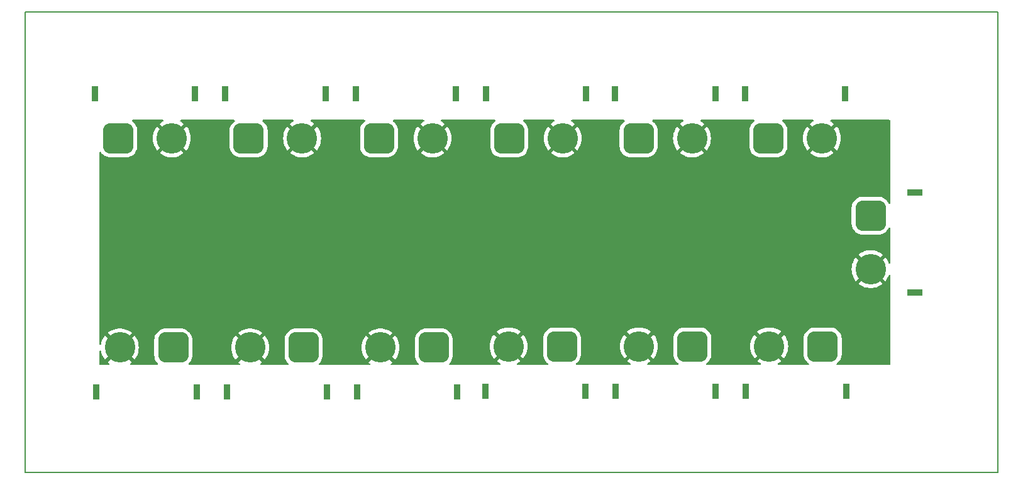
<source format=gbr>
%TF.GenerationSoftware,KiCad,Pcbnew,8.0.6*%
%TF.CreationDate,2025-03-13T21:17:34-04:00*%
%TF.ProjectId,XT60ConnectorBoard,58543630-436f-46e6-9e65-63746f72426f,rev?*%
%TF.SameCoordinates,Original*%
%TF.FileFunction,Copper,L1,Top*%
%TF.FilePolarity,Positive*%
%FSLAX46Y46*%
G04 Gerber Fmt 4.6, Leading zero omitted, Abs format (unit mm)*
G04 Created by KiCad (PCBNEW 8.0.6) date 2025-03-13 21:17:34*
%MOMM*%
%LPD*%
G01*
G04 APERTURE LIST*
G04 Aperture macros list*
%AMRoundRect*
0 Rectangle with rounded corners*
0 $1 Rounding radius*
0 $2 $3 $4 $5 $6 $7 $8 $9 X,Y pos of 4 corners*
0 Add a 4 corners polygon primitive as box body*
4,1,4,$2,$3,$4,$5,$6,$7,$8,$9,$2,$3,0*
0 Add four circle primitives for the rounded corners*
1,1,$1+$1,$2,$3*
1,1,$1+$1,$4,$5*
1,1,$1+$1,$6,$7*
1,1,$1+$1,$8,$9*
0 Add four rect primitives between the rounded corners*
20,1,$1+$1,$2,$3,$4,$5,0*
20,1,$1+$1,$4,$5,$6,$7,0*
20,1,$1+$1,$6,$7,$8,$9,0*
20,1,$1+$1,$8,$9,$2,$3,0*%
G04 Aperture macros list end*
%TA.AperFunction,NonConductor*%
%ADD10C,0.200000*%
%TD*%
%TA.AperFunction,ComponentPad*%
%ADD11R,0.900000X2.000000*%
%TD*%
%TA.AperFunction,ComponentPad*%
%ADD12RoundRect,1.025000X1.025000X1.025000X-1.025000X1.025000X-1.025000X-1.025000X1.025000X-1.025000X0*%
%TD*%
%TA.AperFunction,ComponentPad*%
%ADD13C,4.100000*%
%TD*%
%TA.AperFunction,ComponentPad*%
%ADD14R,2.000000X0.900000*%
%TD*%
%TA.AperFunction,ComponentPad*%
%ADD15RoundRect,1.025000X-1.025000X1.025000X-1.025000X-1.025000X1.025000X-1.025000X1.025000X1.025000X0*%
%TD*%
%TA.AperFunction,ComponentPad*%
%ADD16RoundRect,1.025000X-1.025000X-1.025000X1.025000X-1.025000X1.025000X1.025000X-1.025000X1.025000X0*%
%TD*%
G04 APERTURE END LIST*
D10*
X68500000Y-53000000D02*
X199500000Y-53000000D01*
X199500000Y-115000000D01*
X68500000Y-115000000D01*
X68500000Y-53000000D01*
D11*
%TO.P,J12,*%
%TO.N,*%
X109150000Y-104150000D03*
X95650000Y-104150000D03*
D12*
%TO.P,J12,1,+*%
%TO.N,GND*%
X106000000Y-98150000D03*
D13*
%TO.P,J12,2,-*%
%TO.N,VCC*%
X98800000Y-98150000D03*
%TD*%
D11*
%TO.P,J8,*%
%TO.N,*%
X179050000Y-104000000D03*
X165550000Y-104000000D03*
D12*
%TO.P,J8,1,+*%
%TO.N,GND*%
X175900000Y-98000000D03*
D13*
%TO.P,J8,2,-*%
%TO.N,VCC*%
X168700000Y-98000000D03*
%TD*%
D14*
%TO.P,J1,*%
%TO.N,*%
X188350000Y-77250000D03*
X188350000Y-90750000D03*
D15*
%TO.P,J1,1,+*%
%TO.N,GND*%
X182350000Y-80400000D03*
D13*
%TO.P,J1,2,-*%
%TO.N,VCC*%
X182350000Y-87600000D03*
%TD*%
D11*
%TO.P,J13,*%
%TO.N,*%
X91600000Y-104150000D03*
X78100000Y-104150000D03*
D12*
%TO.P,J13,1,+*%
%TO.N,GND*%
X88450000Y-98150000D03*
D13*
%TO.P,J13,2,-*%
%TO.N,VCC*%
X81250000Y-98150000D03*
%TD*%
D11*
%TO.P,J9,*%
%TO.N,*%
X161500000Y-104000000D03*
X148000000Y-104000000D03*
D12*
%TO.P,J9,1,+*%
%TO.N,GND*%
X158350000Y-98000000D03*
D13*
%TO.P,J9,2,-*%
%TO.N,VCC*%
X151150000Y-98000000D03*
%TD*%
D11*
%TO.P,J2,*%
%TO.N,*%
X77900000Y-64000000D03*
X91400000Y-64000000D03*
D16*
%TO.P,J2,1,+*%
%TO.N,GND*%
X81050000Y-70000000D03*
D13*
%TO.P,J2,2,-*%
%TO.N,VCC*%
X88250000Y-70000000D03*
%TD*%
D11*
%TO.P,J6,*%
%TO.N,*%
X147950000Y-64000000D03*
X161450000Y-64000000D03*
D16*
%TO.P,J6,1,+*%
%TO.N,GND*%
X151100000Y-70000000D03*
D13*
%TO.P,J6,2,-*%
%TO.N,VCC*%
X158300000Y-70000000D03*
%TD*%
D11*
%TO.P,J10,*%
%TO.N,*%
X143950000Y-104000000D03*
X130450000Y-104000000D03*
D12*
%TO.P,J10,1,+*%
%TO.N,GND*%
X140800000Y-98000000D03*
D13*
%TO.P,J10,2,-*%
%TO.N,VCC*%
X133600000Y-98000000D03*
%TD*%
D11*
%TO.P,J5,*%
%TO.N,*%
X130550000Y-64000000D03*
X144050000Y-64000000D03*
D16*
%TO.P,J5,1,+*%
%TO.N,GND*%
X133700000Y-70000000D03*
D13*
%TO.P,J5,2,-*%
%TO.N,VCC*%
X140900000Y-70000000D03*
%TD*%
D11*
%TO.P,J7,*%
%TO.N,*%
X165450000Y-64000000D03*
X178950000Y-64000000D03*
D16*
%TO.P,J7,1,+*%
%TO.N,unconnected-(J7-+-Pad1)*%
X168600000Y-70000000D03*
D13*
%TO.P,J7,2,-*%
%TO.N,VCC*%
X175800000Y-70000000D03*
%TD*%
D11*
%TO.P,J11,*%
%TO.N,*%
X126700000Y-104150000D03*
X113200000Y-104150000D03*
D12*
%TO.P,J11,1,+*%
%TO.N,GND*%
X123550000Y-98150000D03*
D13*
%TO.P,J11,2,-*%
%TO.N,VCC*%
X116350000Y-98150000D03*
%TD*%
D11*
%TO.P,J4,*%
%TO.N,*%
X113000000Y-64000000D03*
X126500000Y-64000000D03*
D16*
%TO.P,J4,1,+*%
%TO.N,GND*%
X116150000Y-70000000D03*
D13*
%TO.P,J4,2,-*%
%TO.N,VCC*%
X123350000Y-70000000D03*
%TD*%
D11*
%TO.P,J3,*%
%TO.N,*%
X95450000Y-64000000D03*
X108950000Y-64000000D03*
D16*
%TO.P,J3,1,+*%
%TO.N,GND*%
X98600000Y-70000000D03*
D13*
%TO.P,J3,2,-*%
%TO.N,VCC*%
X105800000Y-70000000D03*
%TD*%
%TA.AperFunction,Conductor*%
%TO.N,VCC*%
G36*
X78705203Y-98560681D02*
G01*
X78742977Y-98619459D01*
X78745804Y-98631159D01*
X78775230Y-98785417D01*
X78874382Y-99090575D01*
X78874384Y-99090580D01*
X79010998Y-99380897D01*
X79011001Y-99380903D01*
X79182921Y-99651806D01*
X79278773Y-99767671D01*
X80134728Y-98911716D01*
X80220278Y-99029466D01*
X80370534Y-99179722D01*
X80488281Y-99265270D01*
X79629175Y-100124375D01*
X79629176Y-100124377D01*
X79837430Y-100275682D01*
X79880096Y-100331012D01*
X79886075Y-100400625D01*
X79853469Y-100462420D01*
X79792631Y-100496777D01*
X79764545Y-100500000D01*
X78624000Y-100500000D01*
X78556961Y-100480315D01*
X78511206Y-100427511D01*
X78500000Y-100376000D01*
X78500000Y-98654394D01*
X78519685Y-98587355D01*
X78572489Y-98541600D01*
X78641647Y-98531656D01*
X78705203Y-98560681D01*
G37*
%TD.AperFunction*%
%TA.AperFunction,Conductor*%
G36*
X87088412Y-67519685D02*
G01*
X87134167Y-67572489D01*
X87144111Y-67641647D01*
X87115086Y-67705203D01*
X87081111Y-67732662D01*
X86880940Y-67842707D01*
X86880928Y-67842714D01*
X86629176Y-68025622D01*
X86629175Y-68025623D01*
X87488281Y-68884729D01*
X87370534Y-68970278D01*
X87220278Y-69120534D01*
X87134729Y-69238282D01*
X86278773Y-68382326D01*
X86182924Y-68498188D01*
X86011001Y-68769096D01*
X86010998Y-68769102D01*
X85874384Y-69059419D01*
X85874382Y-69059424D01*
X85775230Y-69364582D01*
X85715104Y-69679771D01*
X85715103Y-69679778D01*
X85694958Y-69999994D01*
X85694958Y-70000005D01*
X85715103Y-70320221D01*
X85715104Y-70320228D01*
X85775230Y-70635417D01*
X85874382Y-70940575D01*
X85874384Y-70940580D01*
X86010998Y-71230897D01*
X86011001Y-71230903D01*
X86182921Y-71501806D01*
X86278773Y-71617671D01*
X87134728Y-70761716D01*
X87220278Y-70879466D01*
X87370534Y-71029722D01*
X87488281Y-71115270D01*
X86629175Y-71974375D01*
X86629176Y-71974377D01*
X86880928Y-72157285D01*
X86880946Y-72157297D01*
X87162116Y-72311871D01*
X87162124Y-72311875D01*
X87460444Y-72429987D01*
X87771233Y-72509784D01*
X87771242Y-72509786D01*
X88089556Y-72549999D01*
X88089570Y-72550000D01*
X88410430Y-72550000D01*
X88410443Y-72549999D01*
X88728757Y-72509786D01*
X88728766Y-72509784D01*
X89039555Y-72429987D01*
X89337875Y-72311875D01*
X89337883Y-72311871D01*
X89619053Y-72157297D01*
X89619063Y-72157290D01*
X89870822Y-71974375D01*
X89870823Y-71974375D01*
X89011718Y-71115270D01*
X89129466Y-71029722D01*
X89279722Y-70879466D01*
X89365270Y-70761717D01*
X90221225Y-71617672D01*
X90317068Y-71501819D01*
X90489002Y-71230896D01*
X90625615Y-70940580D01*
X90625617Y-70940575D01*
X90724769Y-70635417D01*
X90784895Y-70320228D01*
X90784896Y-70320221D01*
X90805042Y-70000005D01*
X90805042Y-69999994D01*
X90784896Y-69679778D01*
X90784895Y-69679771D01*
X90724769Y-69364582D01*
X90625617Y-69059424D01*
X90625615Y-69059419D01*
X90489001Y-68769102D01*
X90488998Y-68769096D01*
X90317078Y-68498193D01*
X90221224Y-68382326D01*
X89365269Y-69238281D01*
X89279722Y-69120534D01*
X89129466Y-68970278D01*
X89011716Y-68884728D01*
X89870823Y-68025623D01*
X89870822Y-68025621D01*
X89619071Y-67842714D01*
X89619059Y-67842707D01*
X89418889Y-67732662D01*
X89369625Y-67683116D01*
X89354969Y-67614801D01*
X89379573Y-67549406D01*
X89435626Y-67507695D01*
X89478627Y-67500000D01*
X96621387Y-67500000D01*
X96688426Y-67519685D01*
X96734181Y-67572489D01*
X96744125Y-67641647D01*
X96715100Y-67705203D01*
X96685539Y-67730115D01*
X96680425Y-67733206D01*
X96680407Y-67733219D01*
X96492798Y-67892798D01*
X96333219Y-68080407D01*
X96333212Y-68080417D01*
X96205798Y-68291185D01*
X96205795Y-68291190D01*
X96113835Y-68519680D01*
X96113835Y-68519682D01*
X96059719Y-68759963D01*
X96059718Y-68759970D01*
X96049500Y-68904702D01*
X96049500Y-71095292D01*
X96049501Y-71095298D01*
X96059718Y-71240027D01*
X96059718Y-71240031D01*
X96059719Y-71240034D01*
X96059720Y-71240038D01*
X96113834Y-71480314D01*
X96113835Y-71480319D01*
X96205795Y-71708809D01*
X96333216Y-71919589D01*
X96333219Y-71919592D01*
X96492798Y-72107201D01*
X96602990Y-72200930D01*
X96680411Y-72266784D01*
X96891191Y-72394205D01*
X97119683Y-72486165D01*
X97359966Y-72540281D01*
X97504705Y-72550500D01*
X99695294Y-72550499D01*
X99840034Y-72540281D01*
X100080317Y-72486165D01*
X100308809Y-72394205D01*
X100519589Y-72266784D01*
X100707201Y-72107201D01*
X100866784Y-71919589D01*
X100994205Y-71708809D01*
X101086165Y-71480317D01*
X101140281Y-71240034D01*
X101150500Y-71095295D01*
X101150499Y-68904706D01*
X101140281Y-68759966D01*
X101086165Y-68519683D01*
X100994205Y-68291191D01*
X100866784Y-68080411D01*
X100800930Y-68002990D01*
X100707201Y-67892798D01*
X100577654Y-67782606D01*
X100519589Y-67733216D01*
X100519581Y-67733211D01*
X100519574Y-67733206D01*
X100514461Y-67730115D01*
X100467274Y-67678587D01*
X100455437Y-67609727D01*
X100482708Y-67545399D01*
X100540427Y-67506026D01*
X100578613Y-67500000D01*
X104571373Y-67500000D01*
X104638412Y-67519685D01*
X104684167Y-67572489D01*
X104694111Y-67641647D01*
X104665086Y-67705203D01*
X104631111Y-67732662D01*
X104430940Y-67842707D01*
X104430928Y-67842714D01*
X104179176Y-68025622D01*
X104179175Y-68025623D01*
X105038281Y-68884729D01*
X104920534Y-68970278D01*
X104770278Y-69120534D01*
X104684729Y-69238282D01*
X103828773Y-68382326D01*
X103732924Y-68498188D01*
X103561001Y-68769096D01*
X103560998Y-68769102D01*
X103424384Y-69059419D01*
X103424382Y-69059424D01*
X103325230Y-69364582D01*
X103265104Y-69679771D01*
X103265103Y-69679778D01*
X103244958Y-69999994D01*
X103244958Y-70000005D01*
X103265103Y-70320221D01*
X103265104Y-70320228D01*
X103325230Y-70635417D01*
X103424382Y-70940575D01*
X103424384Y-70940580D01*
X103560998Y-71230897D01*
X103561001Y-71230903D01*
X103732921Y-71501806D01*
X103828773Y-71617671D01*
X104684728Y-70761716D01*
X104770278Y-70879466D01*
X104920534Y-71029722D01*
X105038281Y-71115270D01*
X104179175Y-71974375D01*
X104179176Y-71974377D01*
X104430928Y-72157285D01*
X104430946Y-72157297D01*
X104712116Y-72311871D01*
X104712124Y-72311875D01*
X105010444Y-72429987D01*
X105321233Y-72509784D01*
X105321242Y-72509786D01*
X105639556Y-72549999D01*
X105639570Y-72550000D01*
X105960430Y-72550000D01*
X105960443Y-72549999D01*
X106278757Y-72509786D01*
X106278766Y-72509784D01*
X106589555Y-72429987D01*
X106887875Y-72311875D01*
X106887883Y-72311871D01*
X107169053Y-72157297D01*
X107169063Y-72157290D01*
X107420822Y-71974375D01*
X107420823Y-71974375D01*
X106561718Y-71115270D01*
X106679466Y-71029722D01*
X106829722Y-70879466D01*
X106915270Y-70761717D01*
X107771225Y-71617672D01*
X107867068Y-71501819D01*
X108039002Y-71230896D01*
X108175615Y-70940580D01*
X108175617Y-70940575D01*
X108274769Y-70635417D01*
X108334895Y-70320228D01*
X108334896Y-70320221D01*
X108355042Y-70000005D01*
X108355042Y-69999994D01*
X108334896Y-69679778D01*
X108334895Y-69679771D01*
X108274769Y-69364582D01*
X108175617Y-69059424D01*
X108175615Y-69059419D01*
X108039001Y-68769102D01*
X108038998Y-68769096D01*
X107867078Y-68498193D01*
X107771224Y-68382326D01*
X106915269Y-69238281D01*
X106829722Y-69120534D01*
X106679466Y-68970278D01*
X106561716Y-68884728D01*
X107420823Y-68025623D01*
X107420822Y-68025621D01*
X107169071Y-67842714D01*
X107169059Y-67842707D01*
X106968889Y-67732662D01*
X106919625Y-67683116D01*
X106904969Y-67614801D01*
X106929573Y-67549406D01*
X106985626Y-67507695D01*
X107028627Y-67500000D01*
X114171387Y-67500000D01*
X114238426Y-67519685D01*
X114284181Y-67572489D01*
X114294125Y-67641647D01*
X114265100Y-67705203D01*
X114235539Y-67730115D01*
X114230425Y-67733206D01*
X114230407Y-67733219D01*
X114042798Y-67892798D01*
X113883219Y-68080407D01*
X113883212Y-68080417D01*
X113755798Y-68291185D01*
X113755795Y-68291190D01*
X113663835Y-68519680D01*
X113663835Y-68519682D01*
X113609719Y-68759963D01*
X113609718Y-68759970D01*
X113599500Y-68904702D01*
X113599500Y-71095292D01*
X113599501Y-71095298D01*
X113609718Y-71240027D01*
X113609718Y-71240031D01*
X113609719Y-71240034D01*
X113609720Y-71240038D01*
X113663834Y-71480314D01*
X113663835Y-71480319D01*
X113755795Y-71708809D01*
X113883216Y-71919589D01*
X113883219Y-71919592D01*
X114042798Y-72107201D01*
X114152990Y-72200930D01*
X114230411Y-72266784D01*
X114441191Y-72394205D01*
X114669683Y-72486165D01*
X114909966Y-72540281D01*
X115054705Y-72550500D01*
X117245294Y-72550499D01*
X117390034Y-72540281D01*
X117630317Y-72486165D01*
X117858809Y-72394205D01*
X118069589Y-72266784D01*
X118257201Y-72107201D01*
X118416784Y-71919589D01*
X118544205Y-71708809D01*
X118636165Y-71480317D01*
X118690281Y-71240034D01*
X118700500Y-71095295D01*
X118700499Y-68904706D01*
X118690281Y-68759966D01*
X118636165Y-68519683D01*
X118544205Y-68291191D01*
X118416784Y-68080411D01*
X118350930Y-68002990D01*
X118257201Y-67892798D01*
X118127654Y-67782606D01*
X118069589Y-67733216D01*
X118069581Y-67733211D01*
X118069574Y-67733206D01*
X118064461Y-67730115D01*
X118017274Y-67678587D01*
X118005437Y-67609727D01*
X118032708Y-67545399D01*
X118090427Y-67506026D01*
X118128613Y-67500000D01*
X122121373Y-67500000D01*
X122188412Y-67519685D01*
X122234167Y-67572489D01*
X122244111Y-67641647D01*
X122215086Y-67705203D01*
X122181111Y-67732662D01*
X121980940Y-67842707D01*
X121980928Y-67842714D01*
X121729176Y-68025622D01*
X121729175Y-68025623D01*
X122588281Y-68884729D01*
X122470534Y-68970278D01*
X122320278Y-69120534D01*
X122234729Y-69238282D01*
X121378773Y-68382326D01*
X121282924Y-68498188D01*
X121111001Y-68769096D01*
X121110998Y-68769102D01*
X120974384Y-69059419D01*
X120974382Y-69059424D01*
X120875230Y-69364582D01*
X120815104Y-69679771D01*
X120815103Y-69679778D01*
X120794958Y-69999994D01*
X120794958Y-70000005D01*
X120815103Y-70320221D01*
X120815104Y-70320228D01*
X120875230Y-70635417D01*
X120974382Y-70940575D01*
X120974384Y-70940580D01*
X121110998Y-71230897D01*
X121111001Y-71230903D01*
X121282921Y-71501806D01*
X121378773Y-71617671D01*
X122234728Y-70761716D01*
X122320278Y-70879466D01*
X122470534Y-71029722D01*
X122588281Y-71115270D01*
X121729175Y-71974375D01*
X121729176Y-71974377D01*
X121980928Y-72157285D01*
X121980946Y-72157297D01*
X122262116Y-72311871D01*
X122262124Y-72311875D01*
X122560444Y-72429987D01*
X122871233Y-72509784D01*
X122871242Y-72509786D01*
X123189556Y-72549999D01*
X123189570Y-72550000D01*
X123510430Y-72550000D01*
X123510443Y-72549999D01*
X123828757Y-72509786D01*
X123828766Y-72509784D01*
X124139555Y-72429987D01*
X124437875Y-72311875D01*
X124437883Y-72311871D01*
X124719053Y-72157297D01*
X124719063Y-72157290D01*
X124970822Y-71974375D01*
X124970823Y-71974375D01*
X124111718Y-71115270D01*
X124229466Y-71029722D01*
X124379722Y-70879466D01*
X124465270Y-70761717D01*
X125321225Y-71617672D01*
X125417068Y-71501819D01*
X125589002Y-71230896D01*
X125725615Y-70940580D01*
X125725617Y-70940575D01*
X125824769Y-70635417D01*
X125884895Y-70320228D01*
X125884896Y-70320221D01*
X125905042Y-70000005D01*
X125905042Y-69999994D01*
X125884896Y-69679778D01*
X125884895Y-69679771D01*
X125824769Y-69364582D01*
X125725617Y-69059424D01*
X125725615Y-69059419D01*
X125589001Y-68769102D01*
X125588998Y-68769096D01*
X125417078Y-68498193D01*
X125321224Y-68382326D01*
X124465269Y-69238281D01*
X124379722Y-69120534D01*
X124229466Y-68970278D01*
X124111716Y-68884728D01*
X124970823Y-68025623D01*
X124970822Y-68025621D01*
X124719071Y-67842714D01*
X124719059Y-67842707D01*
X124518889Y-67732662D01*
X124469625Y-67683116D01*
X124454969Y-67614801D01*
X124479573Y-67549406D01*
X124535626Y-67507695D01*
X124578627Y-67500000D01*
X131721387Y-67500000D01*
X131788426Y-67519685D01*
X131834181Y-67572489D01*
X131844125Y-67641647D01*
X131815100Y-67705203D01*
X131785539Y-67730115D01*
X131780425Y-67733206D01*
X131780407Y-67733219D01*
X131592798Y-67892798D01*
X131433219Y-68080407D01*
X131433212Y-68080417D01*
X131305798Y-68291185D01*
X131305795Y-68291190D01*
X131213835Y-68519680D01*
X131213835Y-68519682D01*
X131159719Y-68759963D01*
X131159718Y-68759970D01*
X131149500Y-68904702D01*
X131149500Y-71095292D01*
X131149501Y-71095298D01*
X131159718Y-71240027D01*
X131159718Y-71240031D01*
X131159719Y-71240034D01*
X131159720Y-71240038D01*
X131213834Y-71480314D01*
X131213835Y-71480319D01*
X131305795Y-71708809D01*
X131433216Y-71919589D01*
X131433219Y-71919592D01*
X131592798Y-72107201D01*
X131702990Y-72200930D01*
X131780411Y-72266784D01*
X131991191Y-72394205D01*
X132219683Y-72486165D01*
X132459966Y-72540281D01*
X132604705Y-72550500D01*
X134795294Y-72550499D01*
X134940034Y-72540281D01*
X135180317Y-72486165D01*
X135408809Y-72394205D01*
X135619589Y-72266784D01*
X135807201Y-72107201D01*
X135966784Y-71919589D01*
X136094205Y-71708809D01*
X136186165Y-71480317D01*
X136240281Y-71240034D01*
X136250500Y-71095295D01*
X136250499Y-68904706D01*
X136240281Y-68759966D01*
X136186165Y-68519683D01*
X136094205Y-68291191D01*
X135966784Y-68080411D01*
X135900930Y-68002990D01*
X135807201Y-67892798D01*
X135677654Y-67782606D01*
X135619589Y-67733216D01*
X135619581Y-67733211D01*
X135619574Y-67733206D01*
X135614461Y-67730115D01*
X135567274Y-67678587D01*
X135555437Y-67609727D01*
X135582708Y-67545399D01*
X135640427Y-67506026D01*
X135678613Y-67500000D01*
X139671373Y-67500000D01*
X139738412Y-67519685D01*
X139784167Y-67572489D01*
X139794111Y-67641647D01*
X139765086Y-67705203D01*
X139731111Y-67732662D01*
X139530940Y-67842707D01*
X139530928Y-67842714D01*
X139279176Y-68025622D01*
X139279175Y-68025623D01*
X140138281Y-68884729D01*
X140020534Y-68970278D01*
X139870278Y-69120534D01*
X139784729Y-69238282D01*
X138928773Y-68382326D01*
X138832924Y-68498188D01*
X138661001Y-68769096D01*
X138660998Y-68769102D01*
X138524384Y-69059419D01*
X138524382Y-69059424D01*
X138425230Y-69364582D01*
X138365104Y-69679771D01*
X138365103Y-69679778D01*
X138344958Y-69999994D01*
X138344958Y-70000005D01*
X138365103Y-70320221D01*
X138365104Y-70320228D01*
X138425230Y-70635417D01*
X138524382Y-70940575D01*
X138524384Y-70940580D01*
X138660998Y-71230897D01*
X138661001Y-71230903D01*
X138832921Y-71501806D01*
X138928773Y-71617671D01*
X139784728Y-70761716D01*
X139870278Y-70879466D01*
X140020534Y-71029722D01*
X140138281Y-71115270D01*
X139279175Y-71974375D01*
X139279176Y-71974377D01*
X139530928Y-72157285D01*
X139530946Y-72157297D01*
X139812116Y-72311871D01*
X139812124Y-72311875D01*
X140110444Y-72429987D01*
X140421233Y-72509784D01*
X140421242Y-72509786D01*
X140739556Y-72549999D01*
X140739570Y-72550000D01*
X141060430Y-72550000D01*
X141060443Y-72549999D01*
X141378757Y-72509786D01*
X141378766Y-72509784D01*
X141689555Y-72429987D01*
X141987875Y-72311875D01*
X141987883Y-72311871D01*
X142269053Y-72157297D01*
X142269063Y-72157290D01*
X142520822Y-71974375D01*
X142520823Y-71974375D01*
X141661718Y-71115270D01*
X141779466Y-71029722D01*
X141929722Y-70879466D01*
X142015270Y-70761717D01*
X142871225Y-71617672D01*
X142967068Y-71501819D01*
X143139002Y-71230896D01*
X143275615Y-70940580D01*
X143275617Y-70940575D01*
X143374769Y-70635417D01*
X143434895Y-70320228D01*
X143434896Y-70320221D01*
X143455042Y-70000005D01*
X143455042Y-69999994D01*
X143434896Y-69679778D01*
X143434895Y-69679771D01*
X143374769Y-69364582D01*
X143275617Y-69059424D01*
X143275615Y-69059419D01*
X143139001Y-68769102D01*
X143138998Y-68769096D01*
X142967078Y-68498193D01*
X142871224Y-68382326D01*
X142015269Y-69238281D01*
X141929722Y-69120534D01*
X141779466Y-68970278D01*
X141661716Y-68884728D01*
X142520823Y-68025623D01*
X142520822Y-68025621D01*
X142269071Y-67842714D01*
X142269059Y-67842707D01*
X142068889Y-67732662D01*
X142019625Y-67683116D01*
X142004969Y-67614801D01*
X142029573Y-67549406D01*
X142085626Y-67507695D01*
X142128627Y-67500000D01*
X149121387Y-67500000D01*
X149188426Y-67519685D01*
X149234181Y-67572489D01*
X149244125Y-67641647D01*
X149215100Y-67705203D01*
X149185539Y-67730115D01*
X149180425Y-67733206D01*
X149180407Y-67733219D01*
X148992798Y-67892798D01*
X148833219Y-68080407D01*
X148833212Y-68080417D01*
X148705798Y-68291185D01*
X148705795Y-68291190D01*
X148613835Y-68519680D01*
X148613835Y-68519682D01*
X148559719Y-68759963D01*
X148559718Y-68759970D01*
X148549500Y-68904702D01*
X148549500Y-71095292D01*
X148549501Y-71095298D01*
X148559718Y-71240027D01*
X148559718Y-71240031D01*
X148559719Y-71240034D01*
X148559720Y-71240038D01*
X148613834Y-71480314D01*
X148613835Y-71480319D01*
X148705795Y-71708809D01*
X148833216Y-71919589D01*
X148833219Y-71919592D01*
X148992798Y-72107201D01*
X149102990Y-72200930D01*
X149180411Y-72266784D01*
X149391191Y-72394205D01*
X149619683Y-72486165D01*
X149859966Y-72540281D01*
X150004705Y-72550500D01*
X152195294Y-72550499D01*
X152340034Y-72540281D01*
X152580317Y-72486165D01*
X152808809Y-72394205D01*
X153019589Y-72266784D01*
X153207201Y-72107201D01*
X153366784Y-71919589D01*
X153494205Y-71708809D01*
X153586165Y-71480317D01*
X153640281Y-71240034D01*
X153650500Y-71095295D01*
X153650499Y-68904706D01*
X153640281Y-68759966D01*
X153586165Y-68519683D01*
X153494205Y-68291191D01*
X153366784Y-68080411D01*
X153300930Y-68002990D01*
X153207201Y-67892798D01*
X153077654Y-67782606D01*
X153019589Y-67733216D01*
X153019581Y-67733211D01*
X153019574Y-67733206D01*
X153014461Y-67730115D01*
X152967274Y-67678587D01*
X152955437Y-67609727D01*
X152982708Y-67545399D01*
X153040427Y-67506026D01*
X153078613Y-67500000D01*
X157071373Y-67500000D01*
X157138412Y-67519685D01*
X157184167Y-67572489D01*
X157194111Y-67641647D01*
X157165086Y-67705203D01*
X157131111Y-67732662D01*
X156930940Y-67842707D01*
X156930928Y-67842714D01*
X156679176Y-68025622D01*
X156679175Y-68025623D01*
X157538281Y-68884729D01*
X157420534Y-68970278D01*
X157270278Y-69120534D01*
X157184729Y-69238282D01*
X156328773Y-68382326D01*
X156232924Y-68498188D01*
X156061001Y-68769096D01*
X156060998Y-68769102D01*
X155924384Y-69059419D01*
X155924382Y-69059424D01*
X155825230Y-69364582D01*
X155765104Y-69679771D01*
X155765103Y-69679778D01*
X155744958Y-69999994D01*
X155744958Y-70000005D01*
X155765103Y-70320221D01*
X155765104Y-70320228D01*
X155825230Y-70635417D01*
X155924382Y-70940575D01*
X155924384Y-70940580D01*
X156060998Y-71230897D01*
X156061001Y-71230903D01*
X156232921Y-71501806D01*
X156328773Y-71617671D01*
X157184728Y-70761716D01*
X157270278Y-70879466D01*
X157420534Y-71029722D01*
X157538281Y-71115270D01*
X156679175Y-71974375D01*
X156679176Y-71974377D01*
X156930928Y-72157285D01*
X156930946Y-72157297D01*
X157212116Y-72311871D01*
X157212124Y-72311875D01*
X157510444Y-72429987D01*
X157821233Y-72509784D01*
X157821242Y-72509786D01*
X158139556Y-72549999D01*
X158139570Y-72550000D01*
X158460430Y-72550000D01*
X158460443Y-72549999D01*
X158778757Y-72509786D01*
X158778766Y-72509784D01*
X159089555Y-72429987D01*
X159387875Y-72311875D01*
X159387883Y-72311871D01*
X159669053Y-72157297D01*
X159669063Y-72157290D01*
X159920822Y-71974375D01*
X159920823Y-71974375D01*
X159061718Y-71115270D01*
X159179466Y-71029722D01*
X159329722Y-70879466D01*
X159415270Y-70761717D01*
X160271225Y-71617672D01*
X160367068Y-71501819D01*
X160539002Y-71230896D01*
X160675615Y-70940580D01*
X160675617Y-70940575D01*
X160774769Y-70635417D01*
X160834895Y-70320228D01*
X160834896Y-70320221D01*
X160855042Y-70000005D01*
X160855042Y-69999994D01*
X160834896Y-69679778D01*
X160834895Y-69679771D01*
X160774769Y-69364582D01*
X160675617Y-69059424D01*
X160675615Y-69059419D01*
X160539001Y-68769102D01*
X160538998Y-68769096D01*
X160367078Y-68498193D01*
X160271224Y-68382326D01*
X159415269Y-69238281D01*
X159329722Y-69120534D01*
X159179466Y-68970278D01*
X159061716Y-68884728D01*
X159920823Y-68025623D01*
X159920822Y-68025621D01*
X159669071Y-67842714D01*
X159669059Y-67842707D01*
X159468889Y-67732662D01*
X159419625Y-67683116D01*
X159404969Y-67614801D01*
X159429573Y-67549406D01*
X159485626Y-67507695D01*
X159528627Y-67500000D01*
X166621387Y-67500000D01*
X166688426Y-67519685D01*
X166734181Y-67572489D01*
X166744125Y-67641647D01*
X166715100Y-67705203D01*
X166685539Y-67730115D01*
X166680425Y-67733206D01*
X166680407Y-67733219D01*
X166492798Y-67892798D01*
X166333219Y-68080407D01*
X166333212Y-68080417D01*
X166205798Y-68291185D01*
X166205795Y-68291190D01*
X166113835Y-68519680D01*
X166113835Y-68519682D01*
X166059719Y-68759963D01*
X166059718Y-68759970D01*
X166049500Y-68904702D01*
X166049500Y-71095292D01*
X166049501Y-71095298D01*
X166059718Y-71240027D01*
X166059718Y-71240031D01*
X166059719Y-71240034D01*
X166059720Y-71240038D01*
X166113834Y-71480314D01*
X166113835Y-71480319D01*
X166205795Y-71708809D01*
X166333216Y-71919589D01*
X166333219Y-71919592D01*
X166492798Y-72107201D01*
X166602990Y-72200930D01*
X166680411Y-72266784D01*
X166891191Y-72394205D01*
X167119683Y-72486165D01*
X167359966Y-72540281D01*
X167504705Y-72550500D01*
X169695294Y-72550499D01*
X169840034Y-72540281D01*
X170080317Y-72486165D01*
X170308809Y-72394205D01*
X170519589Y-72266784D01*
X170707201Y-72107201D01*
X170866784Y-71919589D01*
X170994205Y-71708809D01*
X171086165Y-71480317D01*
X171140281Y-71240034D01*
X171150500Y-71095295D01*
X171150499Y-68904706D01*
X171140281Y-68759966D01*
X171086165Y-68519683D01*
X170994205Y-68291191D01*
X170866784Y-68080411D01*
X170800930Y-68002990D01*
X170707201Y-67892798D01*
X170577654Y-67782606D01*
X170519589Y-67733216D01*
X170519581Y-67733211D01*
X170519574Y-67733206D01*
X170514461Y-67730115D01*
X170467274Y-67678587D01*
X170455437Y-67609727D01*
X170482708Y-67545399D01*
X170540427Y-67506026D01*
X170578613Y-67500000D01*
X174571373Y-67500000D01*
X174638412Y-67519685D01*
X174684167Y-67572489D01*
X174694111Y-67641647D01*
X174665086Y-67705203D01*
X174631111Y-67732662D01*
X174430940Y-67842707D01*
X174430928Y-67842714D01*
X174179176Y-68025622D01*
X174179175Y-68025623D01*
X175038281Y-68884729D01*
X174920534Y-68970278D01*
X174770278Y-69120534D01*
X174684729Y-69238282D01*
X173828773Y-68382326D01*
X173732924Y-68498188D01*
X173561001Y-68769096D01*
X173560998Y-68769102D01*
X173424384Y-69059419D01*
X173424382Y-69059424D01*
X173325230Y-69364582D01*
X173265104Y-69679771D01*
X173265103Y-69679778D01*
X173244958Y-69999994D01*
X173244958Y-70000005D01*
X173265103Y-70320221D01*
X173265104Y-70320228D01*
X173325230Y-70635417D01*
X173424382Y-70940575D01*
X173424384Y-70940580D01*
X173560998Y-71230897D01*
X173561001Y-71230903D01*
X173732921Y-71501806D01*
X173828773Y-71617671D01*
X174684728Y-70761716D01*
X174770278Y-70879466D01*
X174920534Y-71029722D01*
X175038281Y-71115270D01*
X174179175Y-71974375D01*
X174179176Y-71974377D01*
X174430928Y-72157285D01*
X174430946Y-72157297D01*
X174712116Y-72311871D01*
X174712124Y-72311875D01*
X175010444Y-72429987D01*
X175321233Y-72509784D01*
X175321242Y-72509786D01*
X175639556Y-72549999D01*
X175639570Y-72550000D01*
X175960430Y-72550000D01*
X175960443Y-72549999D01*
X176278757Y-72509786D01*
X176278766Y-72509784D01*
X176589555Y-72429987D01*
X176887875Y-72311875D01*
X176887883Y-72311871D01*
X177169053Y-72157297D01*
X177169063Y-72157290D01*
X177420822Y-71974375D01*
X177420823Y-71974375D01*
X176561718Y-71115270D01*
X176679466Y-71029722D01*
X176829722Y-70879466D01*
X176915270Y-70761717D01*
X177771225Y-71617672D01*
X177867068Y-71501819D01*
X178039002Y-71230896D01*
X178175615Y-70940580D01*
X178175617Y-70940575D01*
X178274769Y-70635417D01*
X178334895Y-70320228D01*
X178334896Y-70320221D01*
X178355042Y-70000005D01*
X178355042Y-69999994D01*
X178334896Y-69679778D01*
X178334895Y-69679771D01*
X178274769Y-69364582D01*
X178175617Y-69059424D01*
X178175615Y-69059419D01*
X178039001Y-68769102D01*
X178038998Y-68769096D01*
X177867078Y-68498193D01*
X177771224Y-68382326D01*
X176915269Y-69238281D01*
X176829722Y-69120534D01*
X176679466Y-68970278D01*
X176561716Y-68884728D01*
X177420823Y-68025623D01*
X177420822Y-68025621D01*
X177169071Y-67842714D01*
X177169059Y-67842707D01*
X176968889Y-67732662D01*
X176919625Y-67683116D01*
X176904969Y-67614801D01*
X176929573Y-67549406D01*
X176985626Y-67507695D01*
X177028627Y-67500000D01*
X184876000Y-67500000D01*
X184943039Y-67519685D01*
X184988794Y-67572489D01*
X185000000Y-67624000D01*
X185000000Y-78686543D01*
X184980315Y-78753582D01*
X184927511Y-78799337D01*
X184858353Y-78809281D01*
X184794797Y-78780256D01*
X184760967Y-78732840D01*
X184744205Y-78691191D01*
X184616784Y-78480411D01*
X184550930Y-78402990D01*
X184457201Y-78292798D01*
X184327654Y-78182606D01*
X184269589Y-78133216D01*
X184058809Y-78005795D01*
X183830318Y-77913835D01*
X183590036Y-77859719D01*
X183590029Y-77859718D01*
X183445296Y-77849500D01*
X181254707Y-77849500D01*
X181254701Y-77849501D01*
X181109972Y-77859718D01*
X181109966Y-77859718D01*
X181109966Y-77859719D01*
X181109963Y-77859719D01*
X181109961Y-77859720D01*
X180869685Y-77913834D01*
X180869680Y-77913835D01*
X180641190Y-78005795D01*
X180641185Y-78005798D01*
X180430417Y-78133212D01*
X180430407Y-78133219D01*
X180242798Y-78292798D01*
X180083219Y-78480407D01*
X180083212Y-78480417D01*
X179955798Y-78691185D01*
X179955795Y-78691190D01*
X179863835Y-78919680D01*
X179863835Y-78919682D01*
X179809719Y-79159963D01*
X179809718Y-79159970D01*
X179799500Y-79304702D01*
X179799500Y-81495292D01*
X179799501Y-81495298D01*
X179809718Y-81640027D01*
X179809720Y-81640038D01*
X179863834Y-81880314D01*
X179863835Y-81880319D01*
X179907812Y-81989586D01*
X179955795Y-82108809D01*
X180083216Y-82319589D01*
X180083219Y-82319592D01*
X180242798Y-82507201D01*
X180352990Y-82600930D01*
X180430411Y-82666784D01*
X180641191Y-82794205D01*
X180869683Y-82886165D01*
X181109966Y-82940281D01*
X181254705Y-82950500D01*
X183445294Y-82950499D01*
X183590034Y-82940281D01*
X183830317Y-82886165D01*
X184058809Y-82794205D01*
X184269589Y-82666784D01*
X184457201Y-82507201D01*
X184616784Y-82319589D01*
X184744205Y-82108809D01*
X184760968Y-82067157D01*
X184804258Y-82012317D01*
X184870326Y-81989586D01*
X184938196Y-82006182D01*
X184986319Y-82056838D01*
X185000000Y-82113456D01*
X185000000Y-86720981D01*
X184980315Y-86788020D01*
X184927511Y-86833775D01*
X184858353Y-86843719D01*
X184794797Y-86814694D01*
X184758069Y-86759299D01*
X184725617Y-86659424D01*
X184725615Y-86659419D01*
X184589001Y-86369102D01*
X184588998Y-86369096D01*
X184417078Y-86098193D01*
X184321224Y-85982326D01*
X183465269Y-86838281D01*
X183379722Y-86720534D01*
X183229466Y-86570278D01*
X183111716Y-86484728D01*
X183970823Y-85625623D01*
X183970822Y-85625621D01*
X183719071Y-85442714D01*
X183719053Y-85442702D01*
X183437883Y-85288128D01*
X183437875Y-85288124D01*
X183139555Y-85170012D01*
X182828766Y-85090215D01*
X182828757Y-85090213D01*
X182510443Y-85050000D01*
X182189556Y-85050000D01*
X181871242Y-85090213D01*
X181871233Y-85090215D01*
X181560444Y-85170012D01*
X181262124Y-85288124D01*
X181262116Y-85288128D01*
X180980946Y-85442702D01*
X180980928Y-85442714D01*
X180729176Y-85625622D01*
X180729175Y-85625623D01*
X181588281Y-86484729D01*
X181470534Y-86570278D01*
X181320278Y-86720534D01*
X181234729Y-86838282D01*
X180378773Y-85982326D01*
X180282924Y-86098188D01*
X180111001Y-86369096D01*
X180110998Y-86369102D01*
X179974384Y-86659419D01*
X179974382Y-86659424D01*
X179875230Y-86964582D01*
X179815104Y-87279771D01*
X179815103Y-87279778D01*
X179794958Y-87599994D01*
X179794958Y-87600005D01*
X179815103Y-87920221D01*
X179815104Y-87920228D01*
X179875230Y-88235417D01*
X179974382Y-88540575D01*
X179974384Y-88540580D01*
X180110998Y-88830897D01*
X180111001Y-88830903D01*
X180282921Y-89101806D01*
X180378773Y-89217671D01*
X181234728Y-88361716D01*
X181320278Y-88479466D01*
X181470534Y-88629722D01*
X181588281Y-88715270D01*
X180729175Y-89574375D01*
X180729176Y-89574377D01*
X180980928Y-89757285D01*
X180980946Y-89757297D01*
X181262116Y-89911871D01*
X181262124Y-89911875D01*
X181560444Y-90029987D01*
X181871233Y-90109784D01*
X181871242Y-90109786D01*
X182189556Y-90149999D01*
X182189570Y-90150000D01*
X182510430Y-90150000D01*
X182510443Y-90149999D01*
X182828757Y-90109786D01*
X182828766Y-90109784D01*
X183139555Y-90029987D01*
X183437875Y-89911875D01*
X183437883Y-89911871D01*
X183719053Y-89757297D01*
X183719063Y-89757290D01*
X183970822Y-89574375D01*
X183970823Y-89574375D01*
X183111718Y-88715270D01*
X183229466Y-88629722D01*
X183379722Y-88479466D01*
X183465270Y-88361717D01*
X184321225Y-89217672D01*
X184417068Y-89101819D01*
X184589002Y-88830896D01*
X184725615Y-88540580D01*
X184725617Y-88540575D01*
X184758069Y-88440700D01*
X184797506Y-88383025D01*
X184861865Y-88355826D01*
X184930711Y-88367741D01*
X184982187Y-88414985D01*
X185000000Y-88479018D01*
X185000000Y-100376000D01*
X184980315Y-100443039D01*
X184927511Y-100488794D01*
X184876000Y-100500000D01*
X177878613Y-100500000D01*
X177811574Y-100480315D01*
X177765819Y-100427511D01*
X177755875Y-100358353D01*
X177784900Y-100294797D01*
X177814461Y-100269885D01*
X177819574Y-100266793D01*
X177819573Y-100266793D01*
X177819589Y-100266784D01*
X178007201Y-100107201D01*
X178166784Y-99919589D01*
X178294205Y-99708809D01*
X178386165Y-99480317D01*
X178440281Y-99240034D01*
X178450500Y-99095295D01*
X178450499Y-96904706D01*
X178440281Y-96759966D01*
X178386165Y-96519683D01*
X178294205Y-96291191D01*
X178166784Y-96080411D01*
X178092179Y-95992702D01*
X178007201Y-95892798D01*
X177846137Y-95755798D01*
X177819589Y-95733216D01*
X177608809Y-95605795D01*
X177593168Y-95599500D01*
X177380318Y-95513835D01*
X177140036Y-95459719D01*
X177140029Y-95459718D01*
X176995296Y-95449500D01*
X174804707Y-95449500D01*
X174804701Y-95449501D01*
X174659972Y-95459718D01*
X174659966Y-95459718D01*
X174659966Y-95459719D01*
X174659963Y-95459719D01*
X174659961Y-95459720D01*
X174419685Y-95513834D01*
X174419680Y-95513835D01*
X174191190Y-95605795D01*
X174191185Y-95605798D01*
X173980417Y-95733212D01*
X173980407Y-95733219D01*
X173792798Y-95892798D01*
X173633219Y-96080407D01*
X173633212Y-96080417D01*
X173505798Y-96291185D01*
X173505795Y-96291190D01*
X173413835Y-96519680D01*
X173413835Y-96519682D01*
X173359719Y-96759963D01*
X173359718Y-96759970D01*
X173349500Y-96904702D01*
X173349500Y-99095292D01*
X173349501Y-99095298D01*
X173359718Y-99240027D01*
X173359718Y-99240031D01*
X173359719Y-99240034D01*
X173359720Y-99240038D01*
X173413834Y-99480314D01*
X173413835Y-99480319D01*
X173505795Y-99708809D01*
X173633216Y-99919589D01*
X173633219Y-99919592D01*
X173792798Y-100107201D01*
X173902990Y-100200930D01*
X173980411Y-100266784D01*
X173980420Y-100266789D01*
X173980425Y-100266793D01*
X173985539Y-100269885D01*
X174032726Y-100321413D01*
X174044563Y-100390273D01*
X174017292Y-100454601D01*
X173959573Y-100493974D01*
X173921387Y-100500000D01*
X169928627Y-100500000D01*
X169861588Y-100480315D01*
X169815833Y-100427511D01*
X169805889Y-100358353D01*
X169834914Y-100294797D01*
X169868889Y-100267338D01*
X170069059Y-100157292D01*
X170069063Y-100157290D01*
X170320822Y-99974375D01*
X170320823Y-99974375D01*
X169461718Y-99115270D01*
X169579466Y-99029722D01*
X169729722Y-98879466D01*
X169815270Y-98761717D01*
X170671225Y-99617672D01*
X170767068Y-99501819D01*
X170939002Y-99230896D01*
X171075615Y-98940580D01*
X171075617Y-98940575D01*
X171174769Y-98635417D01*
X171234895Y-98320228D01*
X171234896Y-98320221D01*
X171255042Y-98000005D01*
X171255042Y-97999994D01*
X171234896Y-97679778D01*
X171234895Y-97679771D01*
X171174769Y-97364582D01*
X171075617Y-97059424D01*
X171075615Y-97059419D01*
X170939001Y-96769102D01*
X170938998Y-96769096D01*
X170767078Y-96498193D01*
X170671224Y-96382326D01*
X169815269Y-97238281D01*
X169729722Y-97120534D01*
X169579466Y-96970278D01*
X169461716Y-96884728D01*
X170320823Y-96025623D01*
X170320822Y-96025621D01*
X170069071Y-95842714D01*
X170069053Y-95842702D01*
X169787883Y-95688128D01*
X169787875Y-95688124D01*
X169489555Y-95570012D01*
X169178766Y-95490215D01*
X169178757Y-95490213D01*
X168860443Y-95450000D01*
X168539556Y-95450000D01*
X168221242Y-95490213D01*
X168221233Y-95490215D01*
X167910444Y-95570012D01*
X167612124Y-95688124D01*
X167612116Y-95688128D01*
X167330946Y-95842702D01*
X167330928Y-95842714D01*
X167079176Y-96025622D01*
X167079175Y-96025623D01*
X167938281Y-96884729D01*
X167820534Y-96970278D01*
X167670278Y-97120534D01*
X167584729Y-97238282D01*
X166728773Y-96382326D01*
X166632924Y-96498188D01*
X166461001Y-96769096D01*
X166460998Y-96769102D01*
X166324384Y-97059419D01*
X166324382Y-97059424D01*
X166225230Y-97364582D01*
X166165104Y-97679771D01*
X166165103Y-97679778D01*
X166144958Y-97999994D01*
X166144958Y-98000005D01*
X166165103Y-98320221D01*
X166165104Y-98320228D01*
X166225230Y-98635417D01*
X166324382Y-98940575D01*
X166324384Y-98940580D01*
X166460998Y-99230897D01*
X166461001Y-99230903D01*
X166632921Y-99501806D01*
X166728773Y-99617671D01*
X167584728Y-98761716D01*
X167670278Y-98879466D01*
X167820534Y-99029722D01*
X167938281Y-99115270D01*
X167079175Y-99974375D01*
X167079176Y-99974377D01*
X167330928Y-100157285D01*
X167330940Y-100157292D01*
X167531111Y-100267338D01*
X167580375Y-100316884D01*
X167595031Y-100385199D01*
X167570427Y-100450594D01*
X167514374Y-100492305D01*
X167471373Y-100500000D01*
X160328613Y-100500000D01*
X160261574Y-100480315D01*
X160215819Y-100427511D01*
X160205875Y-100358353D01*
X160234900Y-100294797D01*
X160264461Y-100269885D01*
X160269574Y-100266793D01*
X160269573Y-100266793D01*
X160269589Y-100266784D01*
X160457201Y-100107201D01*
X160616784Y-99919589D01*
X160744205Y-99708809D01*
X160836165Y-99480317D01*
X160890281Y-99240034D01*
X160900500Y-99095295D01*
X160900499Y-96904706D01*
X160890281Y-96759966D01*
X160836165Y-96519683D01*
X160744205Y-96291191D01*
X160616784Y-96080411D01*
X160542179Y-95992702D01*
X160457201Y-95892798D01*
X160296137Y-95755798D01*
X160269589Y-95733216D01*
X160058809Y-95605795D01*
X160043168Y-95599500D01*
X159830318Y-95513835D01*
X159590036Y-95459719D01*
X159590029Y-95459718D01*
X159445296Y-95449500D01*
X157254707Y-95449500D01*
X157254701Y-95449501D01*
X157109972Y-95459718D01*
X157109966Y-95459718D01*
X157109966Y-95459719D01*
X157109963Y-95459719D01*
X157109961Y-95459720D01*
X156869685Y-95513834D01*
X156869680Y-95513835D01*
X156641190Y-95605795D01*
X156641185Y-95605798D01*
X156430417Y-95733212D01*
X156430407Y-95733219D01*
X156242798Y-95892798D01*
X156083219Y-96080407D01*
X156083212Y-96080417D01*
X155955798Y-96291185D01*
X155955795Y-96291190D01*
X155863835Y-96519680D01*
X155863835Y-96519682D01*
X155809719Y-96759963D01*
X155809718Y-96759970D01*
X155799500Y-96904702D01*
X155799500Y-99095292D01*
X155799501Y-99095298D01*
X155809718Y-99240027D01*
X155809718Y-99240031D01*
X155809719Y-99240034D01*
X155809720Y-99240038D01*
X155863834Y-99480314D01*
X155863835Y-99480319D01*
X155955795Y-99708809D01*
X156083216Y-99919589D01*
X156083219Y-99919592D01*
X156242798Y-100107201D01*
X156352990Y-100200930D01*
X156430411Y-100266784D01*
X156430420Y-100266789D01*
X156430425Y-100266793D01*
X156435539Y-100269885D01*
X156482726Y-100321413D01*
X156494563Y-100390273D01*
X156467292Y-100454601D01*
X156409573Y-100493974D01*
X156371387Y-100500000D01*
X152378627Y-100500000D01*
X152311588Y-100480315D01*
X152265833Y-100427511D01*
X152255889Y-100358353D01*
X152284914Y-100294797D01*
X152318889Y-100267338D01*
X152519059Y-100157292D01*
X152519063Y-100157290D01*
X152770822Y-99974375D01*
X152770823Y-99974375D01*
X151911718Y-99115270D01*
X152029466Y-99029722D01*
X152179722Y-98879466D01*
X152265270Y-98761717D01*
X153121225Y-99617672D01*
X153217068Y-99501819D01*
X153389002Y-99230896D01*
X153525615Y-98940580D01*
X153525617Y-98940575D01*
X153624769Y-98635417D01*
X153684895Y-98320228D01*
X153684896Y-98320221D01*
X153705042Y-98000005D01*
X153705042Y-97999994D01*
X153684896Y-97679778D01*
X153684895Y-97679771D01*
X153624769Y-97364582D01*
X153525617Y-97059424D01*
X153525615Y-97059419D01*
X153389001Y-96769102D01*
X153388998Y-96769096D01*
X153217078Y-96498193D01*
X153121224Y-96382326D01*
X152265269Y-97238281D01*
X152179722Y-97120534D01*
X152029466Y-96970278D01*
X151911716Y-96884728D01*
X152770823Y-96025623D01*
X152770822Y-96025621D01*
X152519071Y-95842714D01*
X152519053Y-95842702D01*
X152237883Y-95688128D01*
X152237875Y-95688124D01*
X151939555Y-95570012D01*
X151628766Y-95490215D01*
X151628757Y-95490213D01*
X151310443Y-95450000D01*
X150989556Y-95450000D01*
X150671242Y-95490213D01*
X150671233Y-95490215D01*
X150360444Y-95570012D01*
X150062124Y-95688124D01*
X150062116Y-95688128D01*
X149780946Y-95842702D01*
X149780928Y-95842714D01*
X149529176Y-96025622D01*
X149529175Y-96025623D01*
X150388281Y-96884729D01*
X150270534Y-96970278D01*
X150120278Y-97120534D01*
X150034729Y-97238282D01*
X149178773Y-96382326D01*
X149082924Y-96498188D01*
X148911001Y-96769096D01*
X148910998Y-96769102D01*
X148774384Y-97059419D01*
X148774382Y-97059424D01*
X148675230Y-97364582D01*
X148615104Y-97679771D01*
X148615103Y-97679778D01*
X148594958Y-97999994D01*
X148594958Y-98000005D01*
X148615103Y-98320221D01*
X148615104Y-98320228D01*
X148675230Y-98635417D01*
X148774382Y-98940575D01*
X148774384Y-98940580D01*
X148910998Y-99230897D01*
X148911001Y-99230903D01*
X149082921Y-99501806D01*
X149178773Y-99617671D01*
X150034728Y-98761716D01*
X150120278Y-98879466D01*
X150270534Y-99029722D01*
X150388281Y-99115270D01*
X149529175Y-99974375D01*
X149529176Y-99974377D01*
X149780928Y-100157285D01*
X149780940Y-100157292D01*
X149981111Y-100267338D01*
X150030375Y-100316884D01*
X150045031Y-100385199D01*
X150020427Y-100450594D01*
X149964374Y-100492305D01*
X149921373Y-100500000D01*
X142778613Y-100500000D01*
X142711574Y-100480315D01*
X142665819Y-100427511D01*
X142655875Y-100358353D01*
X142684900Y-100294797D01*
X142714461Y-100269885D01*
X142719574Y-100266793D01*
X142719573Y-100266793D01*
X142719589Y-100266784D01*
X142907201Y-100107201D01*
X143066784Y-99919589D01*
X143194205Y-99708809D01*
X143286165Y-99480317D01*
X143340281Y-99240034D01*
X143350500Y-99095295D01*
X143350499Y-96904706D01*
X143340281Y-96759966D01*
X143286165Y-96519683D01*
X143194205Y-96291191D01*
X143066784Y-96080411D01*
X142992179Y-95992702D01*
X142907201Y-95892798D01*
X142746137Y-95755798D01*
X142719589Y-95733216D01*
X142508809Y-95605795D01*
X142493168Y-95599500D01*
X142280318Y-95513835D01*
X142040036Y-95459719D01*
X142040029Y-95459718D01*
X141895296Y-95449500D01*
X139704707Y-95449500D01*
X139704701Y-95449501D01*
X139559972Y-95459718D01*
X139559966Y-95459718D01*
X139559966Y-95459719D01*
X139559963Y-95459719D01*
X139559961Y-95459720D01*
X139319685Y-95513834D01*
X139319680Y-95513835D01*
X139091190Y-95605795D01*
X139091185Y-95605798D01*
X138880417Y-95733212D01*
X138880407Y-95733219D01*
X138692798Y-95892798D01*
X138533219Y-96080407D01*
X138533212Y-96080417D01*
X138405798Y-96291185D01*
X138405795Y-96291190D01*
X138313835Y-96519680D01*
X138313835Y-96519682D01*
X138259719Y-96759963D01*
X138259718Y-96759970D01*
X138249500Y-96904702D01*
X138249500Y-99095292D01*
X138249501Y-99095298D01*
X138259718Y-99240027D01*
X138259718Y-99240031D01*
X138259719Y-99240034D01*
X138259720Y-99240038D01*
X138313834Y-99480314D01*
X138313835Y-99480319D01*
X138405795Y-99708809D01*
X138533216Y-99919589D01*
X138533219Y-99919592D01*
X138692798Y-100107201D01*
X138802990Y-100200930D01*
X138880411Y-100266784D01*
X138880420Y-100266789D01*
X138880425Y-100266793D01*
X138885539Y-100269885D01*
X138932726Y-100321413D01*
X138944563Y-100390273D01*
X138917292Y-100454601D01*
X138859573Y-100493974D01*
X138821387Y-100500000D01*
X134828627Y-100500000D01*
X134761588Y-100480315D01*
X134715833Y-100427511D01*
X134705889Y-100358353D01*
X134734914Y-100294797D01*
X134768889Y-100267338D01*
X134969059Y-100157292D01*
X134969063Y-100157290D01*
X135220822Y-99974375D01*
X135220823Y-99974375D01*
X134361718Y-99115270D01*
X134479466Y-99029722D01*
X134629722Y-98879466D01*
X134715270Y-98761717D01*
X135571225Y-99617672D01*
X135667068Y-99501819D01*
X135839002Y-99230896D01*
X135975615Y-98940580D01*
X135975617Y-98940575D01*
X136074769Y-98635417D01*
X136134895Y-98320228D01*
X136134896Y-98320221D01*
X136155042Y-98000005D01*
X136155042Y-97999994D01*
X136134896Y-97679778D01*
X136134895Y-97679771D01*
X136074769Y-97364582D01*
X135975617Y-97059424D01*
X135975615Y-97059419D01*
X135839001Y-96769102D01*
X135838998Y-96769096D01*
X135667078Y-96498193D01*
X135571224Y-96382326D01*
X134715269Y-97238281D01*
X134629722Y-97120534D01*
X134479466Y-96970278D01*
X134361716Y-96884728D01*
X135220823Y-96025623D01*
X135220822Y-96025621D01*
X134969071Y-95842714D01*
X134969053Y-95842702D01*
X134687883Y-95688128D01*
X134687875Y-95688124D01*
X134389555Y-95570012D01*
X134078766Y-95490215D01*
X134078757Y-95490213D01*
X133760443Y-95450000D01*
X133439556Y-95450000D01*
X133121242Y-95490213D01*
X133121233Y-95490215D01*
X132810444Y-95570012D01*
X132512124Y-95688124D01*
X132512116Y-95688128D01*
X132230946Y-95842702D01*
X132230928Y-95842714D01*
X131979176Y-96025622D01*
X131979175Y-96025623D01*
X132838281Y-96884729D01*
X132720534Y-96970278D01*
X132570278Y-97120534D01*
X132484729Y-97238282D01*
X131628773Y-96382326D01*
X131532924Y-96498188D01*
X131361001Y-96769096D01*
X131360998Y-96769102D01*
X131224384Y-97059419D01*
X131224382Y-97059424D01*
X131125230Y-97364582D01*
X131065104Y-97679771D01*
X131065103Y-97679778D01*
X131044958Y-97999994D01*
X131044958Y-98000005D01*
X131065103Y-98320221D01*
X131065104Y-98320228D01*
X131125230Y-98635417D01*
X131224382Y-98940575D01*
X131224384Y-98940580D01*
X131360998Y-99230897D01*
X131361001Y-99230903D01*
X131532921Y-99501806D01*
X131628773Y-99617671D01*
X132484728Y-98761716D01*
X132570278Y-98879466D01*
X132720534Y-99029722D01*
X132838281Y-99115270D01*
X131979175Y-99974375D01*
X131979176Y-99974377D01*
X132230928Y-100157285D01*
X132230940Y-100157292D01*
X132431111Y-100267338D01*
X132480375Y-100316884D01*
X132495031Y-100385199D01*
X132470427Y-100450594D01*
X132414374Y-100492305D01*
X132371373Y-100500000D01*
X125708920Y-100500000D01*
X125641881Y-100480315D01*
X125596126Y-100427511D01*
X125586182Y-100358353D01*
X125615207Y-100294797D01*
X125628579Y-100281547D01*
X125657201Y-100257201D01*
X125816784Y-100069589D01*
X125944205Y-99858809D01*
X126036165Y-99630317D01*
X126090281Y-99390034D01*
X126100500Y-99245295D01*
X126100499Y-97054706D01*
X126090281Y-96909966D01*
X126036165Y-96669683D01*
X125944205Y-96441191D01*
X125816784Y-96230411D01*
X125689194Y-96080411D01*
X125657201Y-96042798D01*
X125480854Y-95892798D01*
X125469589Y-95883216D01*
X125258809Y-95755795D01*
X125202707Y-95733216D01*
X125030318Y-95663835D01*
X124790036Y-95609719D01*
X124790029Y-95609718D01*
X124645296Y-95599500D01*
X122454707Y-95599500D01*
X122454701Y-95599501D01*
X122309972Y-95609718D01*
X122309966Y-95609718D01*
X122309966Y-95609719D01*
X122309963Y-95609719D01*
X122309961Y-95609720D01*
X122069685Y-95663834D01*
X122069680Y-95663835D01*
X121841190Y-95755795D01*
X121841185Y-95755798D01*
X121630417Y-95883212D01*
X121630407Y-95883219D01*
X121442798Y-96042798D01*
X121283219Y-96230407D01*
X121283212Y-96230417D01*
X121155798Y-96441185D01*
X121155795Y-96441190D01*
X121063835Y-96669680D01*
X121063835Y-96669682D01*
X121009719Y-96909963D01*
X121009718Y-96909970D01*
X120999500Y-97054702D01*
X120999500Y-99245292D01*
X120999501Y-99245298D01*
X121009718Y-99390027D01*
X121009718Y-99390031D01*
X121009719Y-99390034D01*
X121009720Y-99390038D01*
X121063834Y-99630314D01*
X121063835Y-99630319D01*
X121155795Y-99858809D01*
X121283216Y-100069589D01*
X121283219Y-100069592D01*
X121442798Y-100257201D01*
X121471421Y-100281547D01*
X121509732Y-100339977D01*
X121510372Y-100409844D01*
X121473138Y-100468965D01*
X121409850Y-100498571D01*
X121391080Y-100500000D01*
X117835455Y-100500000D01*
X117768416Y-100480315D01*
X117722661Y-100427511D01*
X117712717Y-100358353D01*
X117741742Y-100294797D01*
X117762569Y-100275682D01*
X117970822Y-100124375D01*
X117970823Y-100124375D01*
X117111718Y-99265270D01*
X117229466Y-99179722D01*
X117379722Y-99029466D01*
X117465270Y-98911717D01*
X118321225Y-99767672D01*
X118417068Y-99651819D01*
X118589002Y-99380896D01*
X118725615Y-99090580D01*
X118725617Y-99090575D01*
X118824769Y-98785417D01*
X118884895Y-98470228D01*
X118884896Y-98470221D01*
X118905042Y-98150005D01*
X118905042Y-98149994D01*
X118884896Y-97829778D01*
X118884895Y-97829771D01*
X118824769Y-97514582D01*
X118725617Y-97209424D01*
X118725615Y-97209419D01*
X118589001Y-96919102D01*
X118588998Y-96919096D01*
X118417078Y-96648193D01*
X118321224Y-96532326D01*
X117465269Y-97388281D01*
X117379722Y-97270534D01*
X117229466Y-97120278D01*
X117111716Y-97034728D01*
X117970823Y-96175623D01*
X117970822Y-96175621D01*
X117719071Y-95992714D01*
X117719053Y-95992702D01*
X117437883Y-95838128D01*
X117437875Y-95838124D01*
X117139555Y-95720012D01*
X116828766Y-95640215D01*
X116828757Y-95640213D01*
X116510443Y-95600000D01*
X116189556Y-95600000D01*
X115871242Y-95640213D01*
X115871233Y-95640215D01*
X115560444Y-95720012D01*
X115262124Y-95838124D01*
X115262116Y-95838128D01*
X114980946Y-95992702D01*
X114980928Y-95992714D01*
X114729176Y-96175622D01*
X114729175Y-96175623D01*
X115588281Y-97034729D01*
X115470534Y-97120278D01*
X115320278Y-97270534D01*
X115234729Y-97388282D01*
X114378773Y-96532326D01*
X114282924Y-96648188D01*
X114111001Y-96919096D01*
X114110998Y-96919102D01*
X113974384Y-97209419D01*
X113974382Y-97209424D01*
X113875230Y-97514582D01*
X113815104Y-97829771D01*
X113815103Y-97829778D01*
X113794958Y-98149994D01*
X113794958Y-98150005D01*
X113815103Y-98470221D01*
X113815104Y-98470228D01*
X113875230Y-98785417D01*
X113974382Y-99090575D01*
X113974384Y-99090580D01*
X114110998Y-99380897D01*
X114111001Y-99380903D01*
X114282921Y-99651806D01*
X114378773Y-99767671D01*
X115234728Y-98911716D01*
X115320278Y-99029466D01*
X115470534Y-99179722D01*
X115588281Y-99265270D01*
X114729175Y-100124375D01*
X114729176Y-100124377D01*
X114937430Y-100275682D01*
X114980096Y-100331012D01*
X114986075Y-100400625D01*
X114953469Y-100462420D01*
X114892631Y-100496777D01*
X114864545Y-100500000D01*
X108158920Y-100500000D01*
X108091881Y-100480315D01*
X108046126Y-100427511D01*
X108036182Y-100358353D01*
X108065207Y-100294797D01*
X108078579Y-100281547D01*
X108107201Y-100257201D01*
X108266784Y-100069589D01*
X108394205Y-99858809D01*
X108486165Y-99630317D01*
X108540281Y-99390034D01*
X108550500Y-99245295D01*
X108550499Y-97054706D01*
X108540281Y-96909966D01*
X108486165Y-96669683D01*
X108394205Y-96441191D01*
X108266784Y-96230411D01*
X108139194Y-96080411D01*
X108107201Y-96042798D01*
X107930854Y-95892798D01*
X107919589Y-95883216D01*
X107708809Y-95755795D01*
X107652707Y-95733216D01*
X107480318Y-95663835D01*
X107240036Y-95609719D01*
X107240029Y-95609718D01*
X107095296Y-95599500D01*
X104904707Y-95599500D01*
X104904701Y-95599501D01*
X104759972Y-95609718D01*
X104759966Y-95609718D01*
X104759966Y-95609719D01*
X104759963Y-95609719D01*
X104759961Y-95609720D01*
X104519685Y-95663834D01*
X104519680Y-95663835D01*
X104291190Y-95755795D01*
X104291185Y-95755798D01*
X104080417Y-95883212D01*
X104080407Y-95883219D01*
X103892798Y-96042798D01*
X103733219Y-96230407D01*
X103733212Y-96230417D01*
X103605798Y-96441185D01*
X103605795Y-96441190D01*
X103513835Y-96669680D01*
X103513835Y-96669682D01*
X103459719Y-96909963D01*
X103459718Y-96909970D01*
X103449500Y-97054702D01*
X103449500Y-99245292D01*
X103449501Y-99245298D01*
X103459718Y-99390027D01*
X103459718Y-99390031D01*
X103459719Y-99390034D01*
X103459720Y-99390038D01*
X103513834Y-99630314D01*
X103513835Y-99630319D01*
X103605795Y-99858809D01*
X103733216Y-100069589D01*
X103733219Y-100069592D01*
X103892798Y-100257201D01*
X103921421Y-100281547D01*
X103959732Y-100339977D01*
X103960372Y-100409844D01*
X103923138Y-100468965D01*
X103859850Y-100498571D01*
X103841080Y-100500000D01*
X100285455Y-100500000D01*
X100218416Y-100480315D01*
X100172661Y-100427511D01*
X100162717Y-100358353D01*
X100191742Y-100294797D01*
X100212569Y-100275682D01*
X100420822Y-100124375D01*
X100420823Y-100124375D01*
X99561718Y-99265270D01*
X99679466Y-99179722D01*
X99829722Y-99029466D01*
X99915270Y-98911717D01*
X100771225Y-99767672D01*
X100867068Y-99651819D01*
X101039002Y-99380896D01*
X101175615Y-99090580D01*
X101175617Y-99090575D01*
X101274769Y-98785417D01*
X101334895Y-98470228D01*
X101334896Y-98470221D01*
X101355042Y-98150005D01*
X101355042Y-98149994D01*
X101334896Y-97829778D01*
X101334895Y-97829771D01*
X101274769Y-97514582D01*
X101175617Y-97209424D01*
X101175615Y-97209419D01*
X101039001Y-96919102D01*
X101038998Y-96919096D01*
X100867078Y-96648193D01*
X100771224Y-96532326D01*
X99915269Y-97388281D01*
X99829722Y-97270534D01*
X99679466Y-97120278D01*
X99561716Y-97034728D01*
X100420823Y-96175623D01*
X100420822Y-96175621D01*
X100169071Y-95992714D01*
X100169053Y-95992702D01*
X99887883Y-95838128D01*
X99887875Y-95838124D01*
X99589555Y-95720012D01*
X99278766Y-95640215D01*
X99278757Y-95640213D01*
X98960443Y-95600000D01*
X98639556Y-95600000D01*
X98321242Y-95640213D01*
X98321233Y-95640215D01*
X98010444Y-95720012D01*
X97712124Y-95838124D01*
X97712116Y-95838128D01*
X97430946Y-95992702D01*
X97430928Y-95992714D01*
X97179176Y-96175622D01*
X97179175Y-96175623D01*
X98038281Y-97034729D01*
X97920534Y-97120278D01*
X97770278Y-97270534D01*
X97684729Y-97388282D01*
X96828773Y-96532326D01*
X96732924Y-96648188D01*
X96561001Y-96919096D01*
X96560998Y-96919102D01*
X96424384Y-97209419D01*
X96424382Y-97209424D01*
X96325230Y-97514582D01*
X96265104Y-97829771D01*
X96265103Y-97829778D01*
X96244958Y-98149994D01*
X96244958Y-98150005D01*
X96265103Y-98470221D01*
X96265104Y-98470228D01*
X96325230Y-98785417D01*
X96424382Y-99090575D01*
X96424384Y-99090580D01*
X96560998Y-99380897D01*
X96561001Y-99380903D01*
X96732921Y-99651806D01*
X96828773Y-99767671D01*
X97684728Y-98911716D01*
X97770278Y-99029466D01*
X97920534Y-99179722D01*
X98038281Y-99265270D01*
X97179175Y-100124375D01*
X97179176Y-100124377D01*
X97387430Y-100275682D01*
X97430096Y-100331012D01*
X97436075Y-100400625D01*
X97403469Y-100462420D01*
X97342631Y-100496777D01*
X97314545Y-100500000D01*
X90608920Y-100500000D01*
X90541881Y-100480315D01*
X90496126Y-100427511D01*
X90486182Y-100358353D01*
X90515207Y-100294797D01*
X90528579Y-100281547D01*
X90557201Y-100257201D01*
X90716784Y-100069589D01*
X90844205Y-99858809D01*
X90936165Y-99630317D01*
X90990281Y-99390034D01*
X91000500Y-99245295D01*
X91000499Y-97054706D01*
X90990281Y-96909966D01*
X90936165Y-96669683D01*
X90844205Y-96441191D01*
X90716784Y-96230411D01*
X90589194Y-96080411D01*
X90557201Y-96042798D01*
X90380854Y-95892798D01*
X90369589Y-95883216D01*
X90158809Y-95755795D01*
X90102707Y-95733216D01*
X89930318Y-95663835D01*
X89690036Y-95609719D01*
X89690029Y-95609718D01*
X89545296Y-95599500D01*
X87354707Y-95599500D01*
X87354701Y-95599501D01*
X87209972Y-95609718D01*
X87209966Y-95609718D01*
X87209966Y-95609719D01*
X87209963Y-95609719D01*
X87209961Y-95609720D01*
X86969685Y-95663834D01*
X86969680Y-95663835D01*
X86741190Y-95755795D01*
X86741185Y-95755798D01*
X86530417Y-95883212D01*
X86530407Y-95883219D01*
X86342798Y-96042798D01*
X86183219Y-96230407D01*
X86183212Y-96230417D01*
X86055798Y-96441185D01*
X86055795Y-96441190D01*
X85963835Y-96669680D01*
X85963835Y-96669682D01*
X85909719Y-96909963D01*
X85909718Y-96909970D01*
X85899500Y-97054702D01*
X85899500Y-99245292D01*
X85899501Y-99245298D01*
X85909718Y-99390027D01*
X85909718Y-99390031D01*
X85909719Y-99390034D01*
X85909720Y-99390038D01*
X85963834Y-99630314D01*
X85963835Y-99630319D01*
X86055795Y-99858809D01*
X86183216Y-100069589D01*
X86183219Y-100069592D01*
X86342798Y-100257201D01*
X86371421Y-100281547D01*
X86409732Y-100339977D01*
X86410372Y-100409844D01*
X86373138Y-100468965D01*
X86309850Y-100498571D01*
X86291080Y-100500000D01*
X82735455Y-100500000D01*
X82668416Y-100480315D01*
X82622661Y-100427511D01*
X82612717Y-100358353D01*
X82641742Y-100294797D01*
X82662569Y-100275682D01*
X82870822Y-100124375D01*
X82870823Y-100124375D01*
X82011718Y-99265270D01*
X82129466Y-99179722D01*
X82279722Y-99029466D01*
X82365270Y-98911717D01*
X83221225Y-99767672D01*
X83317068Y-99651819D01*
X83489002Y-99380896D01*
X83625615Y-99090580D01*
X83625617Y-99090575D01*
X83724769Y-98785417D01*
X83784895Y-98470228D01*
X83784896Y-98470221D01*
X83805042Y-98150005D01*
X83805042Y-98149994D01*
X83784896Y-97829778D01*
X83784895Y-97829771D01*
X83724769Y-97514582D01*
X83625617Y-97209424D01*
X83625615Y-97209419D01*
X83489001Y-96919102D01*
X83488998Y-96919096D01*
X83317078Y-96648193D01*
X83221224Y-96532326D01*
X82365269Y-97388281D01*
X82279722Y-97270534D01*
X82129466Y-97120278D01*
X82011716Y-97034728D01*
X82870823Y-96175623D01*
X82870822Y-96175621D01*
X82619071Y-95992714D01*
X82619053Y-95992702D01*
X82337883Y-95838128D01*
X82337875Y-95838124D01*
X82039555Y-95720012D01*
X81728766Y-95640215D01*
X81728757Y-95640213D01*
X81410443Y-95600000D01*
X81089556Y-95600000D01*
X80771242Y-95640213D01*
X80771233Y-95640215D01*
X80460444Y-95720012D01*
X80162124Y-95838124D01*
X80162116Y-95838128D01*
X79880946Y-95992702D01*
X79880928Y-95992714D01*
X79629176Y-96175622D01*
X79629175Y-96175623D01*
X80488281Y-97034729D01*
X80370534Y-97120278D01*
X80220278Y-97270534D01*
X80134729Y-97388282D01*
X79278773Y-96532326D01*
X79182924Y-96648188D01*
X79011001Y-96919096D01*
X79010998Y-96919102D01*
X78874384Y-97209419D01*
X78874382Y-97209424D01*
X78775231Y-97514581D01*
X78745804Y-97668841D01*
X78713906Y-97731004D01*
X78653463Y-97766054D01*
X78583666Y-97762862D01*
X78526675Y-97722442D01*
X78500584Y-97657627D01*
X78500000Y-97645605D01*
X78500000Y-71895902D01*
X78519685Y-71828863D01*
X78572489Y-71783108D01*
X78641647Y-71773164D01*
X78705203Y-71802189D01*
X78730115Y-71831750D01*
X78783216Y-71919589D01*
X78783219Y-71919592D01*
X78942798Y-72107201D01*
X79052990Y-72200930D01*
X79130411Y-72266784D01*
X79341191Y-72394205D01*
X79569683Y-72486165D01*
X79809966Y-72540281D01*
X79954705Y-72550500D01*
X82145294Y-72550499D01*
X82290034Y-72540281D01*
X82530317Y-72486165D01*
X82758809Y-72394205D01*
X82969589Y-72266784D01*
X83157201Y-72107201D01*
X83316784Y-71919589D01*
X83444205Y-71708809D01*
X83536165Y-71480317D01*
X83590281Y-71240034D01*
X83600500Y-71095295D01*
X83600499Y-68904706D01*
X83590281Y-68759966D01*
X83536165Y-68519683D01*
X83444205Y-68291191D01*
X83316784Y-68080411D01*
X83250930Y-68002990D01*
X83157201Y-67892798D01*
X83027654Y-67782606D01*
X82969589Y-67733216D01*
X82969581Y-67733211D01*
X82969574Y-67733206D01*
X82964461Y-67730115D01*
X82917274Y-67678587D01*
X82905437Y-67609727D01*
X82932708Y-67545399D01*
X82990427Y-67506026D01*
X83028613Y-67500000D01*
X87021373Y-67500000D01*
X87088412Y-67519685D01*
G37*
%TD.AperFunction*%
%TD*%
M02*

</source>
